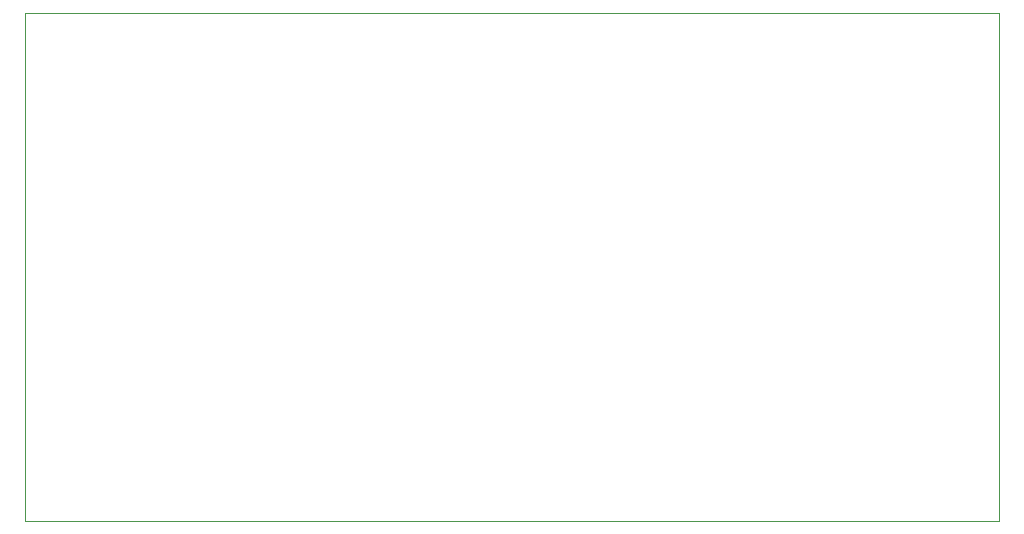
<source format=gm1>
%TF.GenerationSoftware,KiCad,Pcbnew,(5.1.4)-1*%
%TF.CreationDate,2019-11-23T11:30:54-08:00*%
%TF.ProjectId,20191120_Projects_CellMonitor,32303139-3131-4323-905f-50726f6a6563,rev?*%
%TF.SameCoordinates,PXb71b000PYd787c80*%
%TF.FileFunction,Profile,NP*%
%FSLAX46Y46*%
G04 Gerber Fmt 4.6, Leading zero omitted, Abs format (unit mm)*
G04 Created by KiCad (PCBNEW (5.1.4)-1) date 2019-11-23 11:30:54*
%MOMM*%
%LPD*%
G04 APERTURE LIST*
%ADD10C,0.050000*%
G04 APERTURE END LIST*
D10*
X82500000Y43000000D02*
X82500000Y0D01*
X0Y43000000D02*
X82500000Y43000000D01*
X0Y0D02*
X0Y43000000D01*
X82500000Y0D02*
X0Y0D01*
M02*

</source>
